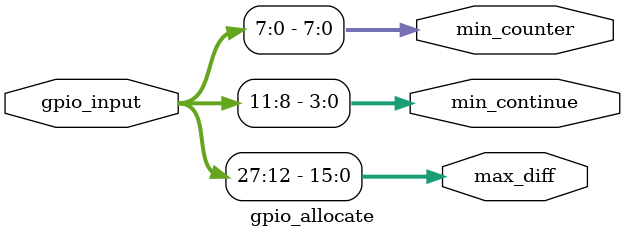
<source format=v>
`timescale 1ns / 1ps


module gpio_allocate (
	input  [27:0] gpio_input  ,
	output [15:0] max_diff    , // 最大误差值
	output [ 3:0] min_continue, // 最小连续
	output [ 7:0] min_counter   // 最小计数值
);

	assign {max_diff, min_continue, min_counter} = gpio_input;
endmodule

</source>
